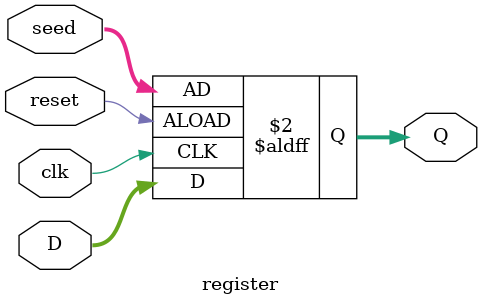
<source format=sv>
module register (reset, clk, D, Q, seed);

input logic reset;
input logic clk;
input logic [63:0] D;
output logic [63:0] Q;
input logic [63:0] seed;

always @(posedge clk, posedge reset)
    if (reset)
        Q <= seed;
    else
        Q <= D;

endmodule
</source>
